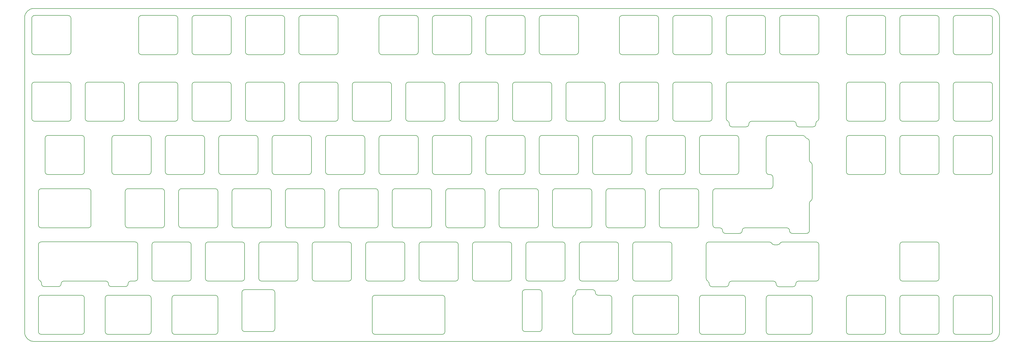
<source format=gm1>
G04 #@! TF.GenerationSoftware,KiCad,Pcbnew,5.1.10-88a1d61d58~90~ubuntu21.04.1*
G04 #@! TF.CreationDate,2021-08-16T11:56:13+02:00*
G04 #@! TF.ProjectId,mysterium-plate,6d797374-6572-4697-956d-2d706c617465,rev?*
G04 #@! TF.SameCoordinates,Original*
G04 #@! TF.FileFunction,Profile,NP*
%FSLAX46Y46*%
G04 Gerber Fmt 4.6, Leading zero omitted, Abs format (unit mm)*
G04 Created by KiCad (PCBNEW 5.1.10-88a1d61d58~90~ubuntu21.04.1) date 2021-08-16 11:56:13*
%MOMM*%
%LPD*%
G01*
G04 APERTURE LIST*
G04 #@! TA.AperFunction,Profile*
%ADD10C,0.200000*%
G04 #@! TD*
G04 #@! TA.AperFunction,Profile*
%ADD11C,0.150000*%
G04 #@! TD*
G04 APERTURE END LIST*
D10*
X283578300Y-147307301D02*
X303009550Y-147307301D01*
X282578300Y-148307301D02*
G75*
G02*
X283578300Y-147307301I1000000J0D01*
G01*
X303009550Y-142257301D02*
G75*
G02*
X304009550Y-143257301I0J-1000000D01*
G01*
X301628299Y-129257301D02*
X301628299Y-141257301D01*
X301628299Y-129257301D02*
G75*
G02*
X302628299Y-128257301I1000000J0D01*
G01*
X283578300Y-161307301D02*
G75*
G02*
X282578300Y-160307301I0J1000000D01*
G01*
X287046550Y-163307301D02*
G75*
G02*
X286046550Y-162307301I0J1000000D01*
G01*
X302628299Y-142257301D02*
G75*
G02*
X301628299Y-141257301I0J1000000D01*
G01*
X285046550Y-161307301D02*
G75*
G02*
X286046550Y-162307301I0J-1000000D01*
G01*
X302628299Y-128257301D02*
X314628300Y-128257301D01*
X314628299Y-128257302D02*
G75*
G02*
X315529137Y-128823145I1J-999999D01*
G01*
X287046550Y-163307301D02*
X292051494Y-163305990D01*
X310927504Y-163305990D02*
X316010000Y-163305990D01*
X317009550Y-152514351D02*
G75*
G02*
X317509550Y-151648326I1000000J0D01*
G01*
X303009550Y-142257301D02*
X302628299Y-142257301D01*
X316219762Y-129366645D02*
G75*
G02*
X315529137Y-128823145I210213J977656D01*
G01*
X294051495Y-161305989D02*
X308927503Y-161305989D01*
X317009550Y-162307301D02*
G75*
G02*
X316009550Y-163307301I-1000000J0D01*
G01*
X283578300Y-161307301D02*
X285046550Y-161307301D01*
X316219763Y-129366645D02*
G75*
G02*
X317009550Y-130344301I-210213J-977656D01*
G01*
X317509550Y-137916276D02*
G75*
G02*
X318009550Y-138782301I-500000J-866025D01*
G01*
X317009550Y-130344301D02*
X317009550Y-137050250D01*
X286046550Y-162307301D02*
X286046550Y-162307301D01*
X282578300Y-148307301D02*
X282578300Y-160307301D01*
X317009550Y-162307301D02*
X317009550Y-152514351D01*
X308927503Y-161305990D02*
G75*
G02*
X309927503Y-162305990I0J-1000000D01*
G01*
X318009550Y-150782301D02*
G75*
G02*
X317509550Y-151648326I-1000000J0D01*
G01*
X310927504Y-163305991D02*
G75*
G02*
X309927503Y-162305990I0J1000001D01*
G01*
X318009550Y-138782301D02*
X318009550Y-150782301D01*
X293051494Y-162305990D02*
G75*
G02*
X294051495Y-161305989I1000001J0D01*
G01*
X293051494Y-162305990D02*
G75*
G02*
X292051494Y-163305990I-1000000J0D01*
G01*
X304009550Y-146307301D02*
G75*
G02*
X303009550Y-147307301I-1000000J0D01*
G01*
X304009550Y-146307301D02*
X304009550Y-143257301D01*
X317509550Y-137916275D02*
G75*
G02*
X317009550Y-137050250I500000J866025D01*
G01*
X42628250Y-180221624D02*
G75*
G02*
X42084750Y-179331901I456500J889723D01*
G01*
X44171749Y-182331901D02*
G75*
G02*
X43171749Y-181331901I0J1000000D01*
G01*
X75047750Y-180331900D02*
X76516000Y-180331900D01*
X68047750Y-182331900D02*
X73047750Y-182331900D01*
X74047750Y-181331901D02*
X74047750Y-181331901D01*
X76516000Y-166331900D02*
G75*
G02*
X77516000Y-167331900I0J-1000000D01*
G01*
X51171750Y-180331900D02*
X66047750Y-180331900D01*
X74047750Y-181331901D02*
G75*
G02*
X75047750Y-180331901I1000000J0D01*
G01*
X74047750Y-181331901D02*
G75*
G02*
X73047750Y-182331901I-1000000J0D01*
G01*
X42084750Y-167331900D02*
G75*
G02*
X43084750Y-166331900I1000000J0D01*
G01*
X50171750Y-181331901D02*
X50171750Y-181331901D01*
X77516000Y-167331900D02*
X77516000Y-179331901D01*
X42628250Y-180221624D02*
G75*
G02*
X43171750Y-181111347I-456500J-889723D01*
G01*
X67047750Y-181331901D02*
X67047750Y-181331901D01*
X42084750Y-167331900D02*
X42084750Y-179331901D01*
X50171750Y-181331901D02*
G75*
G02*
X49171750Y-182331901I-1000000J0D01*
G01*
X44171749Y-182331900D02*
X49171750Y-182331900D01*
X77516000Y-179331901D02*
G75*
G02*
X76516000Y-180331901I-1000000J0D01*
G01*
X68047750Y-182331901D02*
G75*
G02*
X67047750Y-181331901I0J1000000D01*
G01*
X43084750Y-166331901D02*
X76516000Y-166331901D01*
X50171750Y-181331901D02*
G75*
G02*
X51171750Y-180331901I1000000J0D01*
G01*
X43171749Y-181331901D02*
X43171749Y-181111347D01*
X66047750Y-180331901D02*
G75*
G02*
X67047750Y-181331901I0J-1000000D01*
G01*
X288288992Y-181356000D02*
G75*
G02*
X289288992Y-180356000I1000000J0D01*
G01*
X319397006Y-166355991D02*
G75*
G02*
X320397007Y-167355992I0J-1000001D01*
G01*
X305664949Y-167355993D02*
X304459051Y-167355992D01*
X306165001Y-182356000D02*
G75*
G02*
X305165001Y-181356000I0J1000000D01*
G01*
X313165006Y-180355999D02*
X319397006Y-180356000D01*
X306165001Y-182356001D02*
X311165004Y-182356001D01*
X282288988Y-182356000D02*
G75*
G02*
X281288988Y-181356000I0J1000000D01*
G01*
X320397007Y-179355999D02*
X320397007Y-167355992D01*
X305664949Y-167355993D02*
G75*
G03*
X306530975Y-166855992I0J1000001D01*
G01*
X320397007Y-179355999D02*
G75*
G02*
X319397006Y-180356000I-1000001J0D01*
G01*
X306530975Y-166855992D02*
G75*
G02*
X307397000Y-166355992I866025J-500000D01*
G01*
X282288988Y-182356001D02*
X287288991Y-182356001D01*
X302726999Y-166355991D02*
G75*
G02*
X303593025Y-166855992I0J-1000001D01*
G01*
X280196993Y-167355992D02*
X280196993Y-179355999D01*
X302726999Y-166355992D02*
X281196994Y-166355992D01*
X304165000Y-180355999D02*
G75*
G02*
X305165001Y-181356000I0J-1000001D01*
G01*
X289288992Y-180356000D02*
X304165000Y-180356000D01*
X288288992Y-181356000D02*
G75*
G02*
X287288991Y-182356001I-1000001J0D01*
G01*
X312165005Y-181356000D02*
G75*
G02*
X311165004Y-182356001I-1000001J0D01*
G01*
X280746502Y-180358931D02*
G75*
G02*
X280196993Y-179355999I640492J1002932D01*
G01*
X304459051Y-167355993D02*
G75*
G02*
X303593025Y-166855992I0J1000001D01*
G01*
X319397006Y-166355992D02*
X307397000Y-166355992D01*
X280196994Y-167355992D02*
G75*
G02*
X281196994Y-166355992I1000000J0D01*
G01*
X280747108Y-180357982D02*
G75*
G02*
X281288988Y-181356000I-648120J-998018D01*
G01*
X313165006Y-180355999D02*
G75*
G03*
X312165005Y-181356000I0J-1000001D01*
G01*
X319308759Y-124205969D02*
G75*
G02*
X318308758Y-125205970I-1000001J0D01*
G01*
X319390753Y-109205961D02*
X288340747Y-109205961D01*
X287889238Y-123095685D02*
G75*
G02*
X287345738Y-122205962I456500J889723D01*
G01*
X319852238Y-123095691D02*
G75*
G03*
X319308738Y-123985414I456500J-889723D01*
G01*
X313308755Y-125205970D02*
X318308758Y-125205970D01*
X320395738Y-122205968D02*
X320395738Y-110205962D01*
X288432738Y-123985408D02*
X288432742Y-124205969D01*
X319852238Y-123095691D02*
G75*
G03*
X320395738Y-122205968I-456500J889723D01*
G01*
X289432742Y-125205970D02*
X294432745Y-125205970D01*
X311308754Y-123205968D02*
G75*
G02*
X312308755Y-124205969I0J-1000001D01*
G01*
X295432746Y-124205969D02*
G75*
G02*
X296432746Y-123205969I1000000J0D01*
G01*
X287345738Y-110205962D02*
G75*
G02*
X288345738Y-109205962I1000000J0D01*
G01*
X295432746Y-124205969D02*
G75*
G02*
X294432745Y-125205970I-1000001J0D01*
G01*
X296432746Y-123205969D02*
X311308754Y-123205969D01*
X287889238Y-123095685D02*
G75*
G02*
X288432738Y-123985408I-456500J-889723D01*
G01*
X319308738Y-123985414D02*
X319308759Y-124205969D01*
X319395737Y-109205961D02*
G75*
G02*
X320395738Y-110205962I0J-1000001D01*
G01*
X313308755Y-125205969D02*
G75*
G02*
X312308755Y-124205969I0J1000000D01*
G01*
X287345738Y-110205962D02*
X287345738Y-122205962D01*
X289432742Y-125205969D02*
G75*
G02*
X288432742Y-124205969I0J1000000D01*
G01*
X233576962Y-199406009D02*
G75*
G02*
X232576962Y-198406009I0J1000000D01*
G01*
X233695712Y-184406002D02*
G75*
G02*
X234695713Y-183406001I1000001J0D01*
G01*
X246576970Y-198406009D02*
G75*
G02*
X245576969Y-199406010I-1000001J0D01*
G01*
X233695712Y-184406002D02*
X233695712Y-184610619D01*
X233695713Y-184610619D02*
G75*
G02*
X233136337Y-185508311I-1000001J0D01*
G01*
X233576962Y-199406010D02*
X245576969Y-199406010D01*
X246576969Y-198406009D02*
X246576969Y-186406003D01*
X245576969Y-185406002D02*
X241695716Y-185406002D01*
X245576969Y-185406003D02*
G75*
G02*
X246576969Y-186406003I0J-1000000D01*
G01*
X239695715Y-183406001D02*
G75*
G02*
X240695716Y-184406002I0J-1000001D01*
G01*
X241695716Y-185406002D02*
G75*
G02*
X240695716Y-184406002I0J1000000D01*
G01*
X232576962Y-186406003D02*
X232576962Y-198406009D01*
X232576961Y-186406003D02*
G75*
G02*
X233136337Y-185508311I1000001J0D01*
G01*
X239695715Y-183406001D02*
X234695713Y-183406001D01*
X225433208Y-148305982D02*
X225433208Y-160305989D01*
X214639451Y-184406002D02*
G75*
G02*
X215639452Y-183406001I1000001J0D01*
G01*
X145470664Y-142255979D02*
X157470671Y-142255979D01*
X221670706Y-99393456D02*
X233670712Y-99393456D01*
X68270623Y-129255972D02*
X68270623Y-141255978D01*
X182283184Y-160305989D02*
G75*
G02*
X181283184Y-161305989I-1000000J0D01*
G01*
X215620703Y-141255978D02*
G75*
G02*
X214620702Y-142255979I-1000001J0D01*
G01*
X221670706Y-142255979D02*
X233670712Y-142255979D01*
X178808182Y-180356000D02*
X190808189Y-180356000D01*
X228908210Y-166355992D02*
X216908203Y-166355992D01*
X115639398Y-198406009D02*
X125395654Y-198406009D01*
X43076859Y-199406010D02*
X57458117Y-199406010D01*
X291820744Y-141255978D02*
G75*
G02*
X290820743Y-142255979I-1000001J0D01*
G01*
X259770726Y-142255978D02*
G75*
G02*
X258770726Y-141255978I0J1000000D01*
G01*
X196570693Y-141255978D02*
G75*
G02*
X195570692Y-142255979I-1000001J0D01*
G01*
X254008223Y-186406003D02*
X254008223Y-198406009D01*
X350258275Y-199406010D02*
X362258282Y-199406010D01*
X90701885Y-199406010D02*
G75*
G02*
X89701884Y-198406009I0J1000001D01*
G01*
X259770726Y-142255979D02*
X271770733Y-142255979D01*
X139708161Y-167355992D02*
X139708161Y-179355999D01*
X149233167Y-148305982D02*
X149233167Y-160305989D01*
X231195711Y-123205969D02*
X243195717Y-123205969D01*
X363258283Y-122205968D02*
G75*
G02*
X362258282Y-123205969I-1000001J0D01*
G01*
X206095698Y-122205968D02*
G75*
G02*
X205095697Y-123205969I-1000001J0D01*
G01*
X330208264Y-86393449D02*
X330208264Y-98393455D01*
X244195718Y-122205968D02*
G75*
G02*
X243195717Y-123205969I-1000001J0D01*
G01*
X248958221Y-179355999D02*
G75*
G02*
X247958220Y-180356000I-1000001J0D01*
G01*
X167995677Y-122205968D02*
G75*
G02*
X166995676Y-123205969I-1000001J0D01*
G01*
X363258282Y-122205968D02*
X363258282Y-110205962D01*
X201620695Y-129255972D02*
X201620695Y-141255978D01*
X382308293Y-98393455D02*
G75*
G02*
X381308292Y-99393456I-1000001J0D01*
G01*
X88320634Y-142255979D02*
G75*
G02*
X87320633Y-141255978I0J1000001D01*
G01*
X240720716Y-142255979D02*
X252720722Y-142255979D01*
X114608148Y-166355992D02*
X102608141Y-166355992D01*
X350258275Y-142255978D02*
G75*
G02*
X349258275Y-141255978I0J1000000D01*
G01*
X193095690Y-123205969D02*
X205095697Y-123205969D01*
X272770734Y-141255978D02*
G75*
G02*
X271770733Y-142255979I-1000001J0D01*
G01*
X263245729Y-122205968D02*
G75*
G02*
X262245728Y-123205969I-1000001J0D01*
G01*
X269295731Y-123205968D02*
G75*
G02*
X268295731Y-122205968I0J1000000D01*
G01*
X102608141Y-180355999D02*
G75*
G02*
X101608141Y-179355999I0J1000000D01*
G01*
X350258275Y-180356000D02*
X362258282Y-180356000D01*
X95558138Y-166355992D02*
X83558131Y-166355992D01*
X368308285Y-129255972D02*
X368308285Y-141255978D01*
X43076859Y-161305989D02*
X59839368Y-161305989D01*
X101608141Y-167355992D02*
G75*
G02*
X102608141Y-166355992I1000000J0D01*
G01*
X59745618Y-123205968D02*
G75*
G02*
X58745618Y-122205968I0J1000000D01*
G01*
X349258275Y-129255972D02*
X349258275Y-141255978D01*
X106083143Y-160305989D02*
X106083143Y-148305982D01*
X350258275Y-123205969D02*
X362258282Y-123205969D01*
X382308293Y-122205968D02*
G75*
G02*
X381308292Y-123205969I-1000001J0D01*
G01*
X172758180Y-179355999D02*
G75*
G02*
X171758179Y-180356000I-1000001J0D01*
G01*
X350258275Y-199406009D02*
G75*
G02*
X349258275Y-198406009I0J1000000D01*
G01*
X145470664Y-142255978D02*
G75*
G02*
X144470664Y-141255978I0J1000000D01*
G01*
X215908203Y-167355992D02*
G75*
G02*
X216908203Y-166355992I1000000J0D01*
G01*
X331208265Y-199406010D02*
G75*
G02*
X330208264Y-198406009I0J1000001D01*
G01*
X177520682Y-98393455D02*
G75*
G02*
X176520681Y-99393456I-1000001J0D01*
G01*
X320395759Y-98393455D02*
G75*
G02*
X319395758Y-99393456I-1000001J0D01*
G01*
X45458110Y-142255978D02*
G75*
G02*
X44458110Y-141255978I0J1000000D01*
G01*
X164520675Y-142255979D02*
G75*
G02*
X163520674Y-141255978I0J1000001D01*
G01*
X255008224Y-180356000D02*
X267008230Y-180356000D01*
X68270622Y-129255972D02*
G75*
G02*
X69270623Y-128255971I1000001J0D01*
G01*
X60839368Y-160305989D02*
G75*
G02*
X59839368Y-161305989I-1000000J0D01*
G01*
X162139423Y-199406009D02*
G75*
G02*
X161139423Y-198406009I0J1000000D01*
G01*
X163520674Y-86393449D02*
X163520674Y-98393455D01*
X234958213Y-167355992D02*
X234958213Y-179355999D01*
X66889372Y-199406010D02*
X81270630Y-199406010D01*
X287345741Y-86393449D02*
G75*
G02*
X288345742Y-85393448I1000001J0D01*
G01*
X369308285Y-142255978D02*
G75*
G02*
X368308285Y-141255978I0J1000000D01*
G01*
X120658151Y-167355992D02*
X120658151Y-179355999D01*
X369308285Y-99393456D02*
X381308292Y-99393456D01*
X294201995Y-198406009D02*
G75*
G02*
X293201994Y-199406010I-1000001J0D01*
G01*
X135945659Y-99393456D02*
X147945666Y-99393456D01*
X128895656Y-109205961D02*
X116895649Y-109205961D01*
X192095690Y-110205962D02*
X192095690Y-122205968D01*
X235958213Y-180355999D02*
G75*
G02*
X234958213Y-179355999I0J1000000D01*
G01*
X40695608Y-123205969D02*
X52695614Y-123205969D01*
X196570693Y-98393455D02*
G75*
G02*
X195570692Y-99393456I-1000001J0D01*
G01*
X282295738Y-98393455D02*
X282295738Y-86393449D01*
X344208272Y-122205968D02*
G75*
G02*
X343208271Y-123205969I-1000001J0D01*
G01*
X263533228Y-148305982D02*
X263533228Y-160305989D01*
X111133146Y-148305982D02*
X111133146Y-160305989D01*
X231195711Y-123205969D02*
G75*
G02*
X230195710Y-122205968I0J1000001D01*
G01*
X58458117Y-141255978D02*
X58458117Y-129255972D01*
X363258282Y-98393455D02*
X363258282Y-86393449D01*
X97845639Y-99393456D02*
G75*
G02*
X96845638Y-98393455I0J1000001D01*
G01*
X202620695Y-99393456D02*
X214620702Y-99393456D01*
X74033126Y-161305989D02*
X86033132Y-161305989D01*
X382308293Y-198406009D02*
G75*
G02*
X381308292Y-199406010I-1000001J0D01*
G01*
X239433215Y-160305989D02*
G75*
G02*
X238433215Y-161305989I-1000000J0D01*
G01*
X106083144Y-198406009D02*
G75*
G02*
X105083143Y-199406010I-1000001J0D01*
G01*
X318014508Y-198406009D02*
G75*
G02*
X317014507Y-199406010I-1000001J0D01*
G01*
X121658152Y-180356000D02*
G75*
G02*
X120658151Y-179355999I0J1000001D01*
G01*
X131183157Y-161305989D02*
X143183163Y-161305989D01*
X300345748Y-85393448D02*
X288345742Y-85393448D01*
X188333188Y-161305989D02*
X200333194Y-161305989D01*
X150233167Y-161305989D02*
G75*
G02*
X149233167Y-160305989I0J1000000D01*
G01*
X221670706Y-99393456D02*
G75*
G02*
X220670705Y-98393455I0J1000001D01*
G01*
X87320633Y-129255972D02*
X87320633Y-141255978D01*
X115895649Y-110205962D02*
X115895649Y-122205968D01*
X154995670Y-123205969D02*
G75*
G02*
X153995669Y-122205968I0J1000001D01*
G01*
X74033126Y-161305990D02*
G75*
G02*
X73033125Y-160305989I0J1000001D01*
G01*
X90701885Y-199406010D02*
X105083143Y-199406010D01*
X116895649Y-99393456D02*
X128895656Y-99393456D01*
X369308285Y-123205969D02*
X381308292Y-123205969D01*
X239720715Y-129255972D02*
X239720715Y-141255978D01*
X215908203Y-167355992D02*
X215908203Y-179355999D01*
X278820736Y-142255979D02*
X290820743Y-142255979D01*
X202620695Y-99393455D02*
G75*
G02*
X201620695Y-98393455I0J1000000D01*
G01*
X350258275Y-99393456D02*
X362258282Y-99393456D01*
X87033132Y-160305989D02*
G75*
G02*
X86033132Y-161305989I-1000000J0D01*
G01*
X131183157Y-161305990D02*
G75*
G02*
X130183156Y-160305989I0J1000001D01*
G01*
X368308285Y-110205962D02*
X368308285Y-122205968D01*
X197858193Y-180356000D02*
X209858199Y-180356000D01*
X363258283Y-198406009D02*
G75*
G02*
X362258282Y-199406010I-1000001J0D01*
G01*
X250245721Y-123205969D02*
X262245728Y-123205969D01*
X363258283Y-179355999D02*
G75*
G02*
X362258282Y-180356000I-1000001J0D01*
G01*
X215620703Y-98393455D02*
G75*
G02*
X214620702Y-99393456I-1000001J0D01*
G01*
X362258282Y-185406003D02*
G75*
G02*
X363258282Y-186406003I0J-1000000D01*
G01*
X221670706Y-142255979D02*
G75*
G02*
X220670705Y-141255978I0J1000001D01*
G01*
X250245721Y-99393456D02*
X262245728Y-99393456D01*
X363258282Y-198406009D02*
X363258282Y-186406003D01*
X225145708Y-122205968D02*
G75*
G02*
X224145707Y-123205969I-1000001J0D01*
G01*
X169283177Y-161305989D02*
X181283184Y-161305989D01*
X45458110Y-142255979D02*
X57458117Y-142255979D01*
X369308285Y-123205968D02*
G75*
G02*
X368308285Y-122205968I0J1000000D01*
G01*
X107370644Y-142255979D02*
X119370650Y-142255979D01*
X77795628Y-110205962D02*
X77795628Y-122205968D01*
X164520675Y-142255979D02*
X176520681Y-142255979D01*
X58745618Y-110205962D02*
X58745618Y-122205968D01*
X235958213Y-180356000D02*
X247958220Y-180356000D01*
X202620695Y-142255979D02*
X214620702Y-142255979D01*
X101608141Y-167355992D02*
X101608141Y-179355999D01*
X162233174Y-147305982D02*
X150233167Y-147305982D01*
X226433208Y-161305989D02*
X238433215Y-161305989D01*
X174045680Y-123205969D02*
G75*
G02*
X173045679Y-122205968I0J1000001D01*
G01*
X268295731Y-110205962D02*
X268295731Y-122205968D01*
X245483218Y-161305989D02*
X257483225Y-161305989D01*
X58458118Y-198406009D02*
G75*
G02*
X57458117Y-199406010I-1000001J0D01*
G01*
X350258275Y-123205968D02*
G75*
G02*
X349258275Y-122205968I0J1000000D01*
G01*
X302633249Y-199406009D02*
G75*
G02*
X301633249Y-198406009I0J1000000D01*
G01*
X282295739Y-98393455D02*
G75*
G02*
X281295738Y-99393456I-1000001J0D01*
G01*
X382308293Y-141255978D02*
G75*
G02*
X381308292Y-142255979I-1000001J0D01*
G01*
X177808182Y-167355992D02*
X177808182Y-179355999D01*
X207383198Y-161305990D02*
G75*
G02*
X206383197Y-160305989I0J1000001D01*
G01*
X88320634Y-142255979D02*
X100320640Y-142255979D01*
X125133153Y-160305989D02*
G75*
G02*
X124133153Y-161305989I-1000000J0D01*
G01*
X363258283Y-98393455D02*
G75*
G02*
X362258282Y-99393456I-1000001J0D01*
G01*
X263245729Y-98393455D02*
G75*
G02*
X262245728Y-99393456I-1000001J0D01*
G01*
X331208265Y-99393456D02*
G75*
G02*
X330208264Y-98393455I0J1000001D01*
G01*
X40695608Y-99393456D02*
X52695614Y-99393456D01*
X169283177Y-161305989D02*
G75*
G02*
X168283177Y-160305989I0J1000000D01*
G01*
X258483225Y-160305989D02*
G75*
G02*
X257483225Y-161305989I-1000000J0D01*
G01*
X344208272Y-98393455D02*
G75*
G02*
X343208271Y-99393456I-1000001J0D01*
G01*
X249245721Y-110205962D02*
X249245721Y-122205968D01*
X254008223Y-167355992D02*
X254008223Y-179355999D01*
X39695607Y-110205962D02*
X39695607Y-122205968D01*
X101320641Y-141255978D02*
G75*
G02*
X100320640Y-142255979I-1000001J0D01*
G01*
X90795635Y-109205961D02*
X78795628Y-109205961D01*
X331208265Y-123205969D02*
G75*
G02*
X330208264Y-122205968I0J1000001D01*
G01*
X126420654Y-142255978D02*
G75*
G02*
X125420654Y-141255978I0J1000000D01*
G01*
X212145700Y-123205968D02*
G75*
G02*
X211145700Y-122205968I0J1000000D01*
G01*
X168283177Y-148305982D02*
X168283177Y-160305989D01*
X110845646Y-122205968D02*
G75*
G02*
X109845645Y-123205969I-1000001J0D01*
G01*
X172758179Y-179355999D02*
X172758179Y-167355992D01*
X247958220Y-166355992D02*
X235958213Y-166355992D01*
X234958213Y-167355992D02*
G75*
G02*
X235958213Y-166355992I1000000J0D01*
G01*
X134658159Y-179355999D02*
X134658159Y-167355992D01*
X133658158Y-166355991D02*
G75*
G02*
X134658159Y-167355992I0J-1000001D01*
G01*
X133658158Y-166355992D02*
X121658152Y-166355992D01*
X120658152Y-167355992D02*
G75*
G02*
X121658152Y-166355992I1000000J0D01*
G01*
X81270630Y-185406002D02*
X66889372Y-185406002D01*
X183570685Y-142255979D02*
X195570692Y-142255979D01*
X381308292Y-185406002D02*
X369308285Y-185406002D01*
X229908211Y-179355999D02*
G75*
G02*
X228908210Y-180356000I-1000001J0D01*
G01*
X229908210Y-179355999D02*
X229908210Y-167355992D01*
X215639452Y-198406009D02*
G75*
G02*
X214639452Y-197406009I0J1000000D01*
G01*
X215639452Y-198406009D02*
X220639455Y-198406009D01*
X221639455Y-197406009D02*
G75*
G02*
X220639455Y-198406009I-1000000J0D01*
G01*
X228908210Y-166355992D02*
G75*
G02*
X229908210Y-167355992I0J-1000000D01*
G01*
X363258282Y-179355999D02*
X363258282Y-167355992D01*
X362258282Y-166355992D02*
G75*
G02*
X363258282Y-167355992I0J-1000000D01*
G01*
X362258282Y-166355992D02*
X350258275Y-166355992D01*
X349258275Y-167355992D02*
G75*
G02*
X350258275Y-166355992I1000000J0D01*
G01*
X214639452Y-184406002D02*
X214639452Y-197406009D01*
X226433208Y-161305989D02*
G75*
G02*
X225433208Y-160305989I0J1000000D01*
G01*
X186045686Y-185406002D02*
X162139423Y-185406002D01*
X369308285Y-199406010D02*
X381308292Y-199406010D01*
X105083143Y-185406003D02*
G75*
G02*
X106083143Y-186406003I0J-1000000D01*
G01*
X81270630Y-185406003D02*
G75*
G02*
X82270630Y-186406003I0J-1000000D01*
G01*
X161139423Y-186406003D02*
X161139423Y-198406009D01*
X105083143Y-185406002D02*
X90701885Y-185406002D01*
X294201995Y-198406009D02*
X294201995Y-186406003D01*
X277820735Y-186406003D02*
G75*
G02*
X278820736Y-185406002I1000001J0D01*
G01*
X65889371Y-186406003D02*
G75*
G02*
X66889372Y-185406002I1000001J0D01*
G01*
X65889371Y-186406003D02*
X65889371Y-198406009D01*
X115639398Y-198406009D02*
G75*
G02*
X114639398Y-197406009I0J1000000D01*
G01*
X293201994Y-185406002D02*
G75*
G02*
X294201995Y-186406003I0J-1000001D01*
G01*
X114639398Y-184406002D02*
X114639398Y-197406009D01*
X125395654Y-183406001D02*
X115639398Y-183406001D01*
X331208265Y-142255979D02*
G75*
G02*
X330208264Y-141255978I0J1000001D01*
G01*
X58458117Y-198406009D02*
X58458117Y-186406003D01*
X318014508Y-198406009D02*
X318014508Y-186406003D01*
X317014507Y-185406002D02*
G75*
G02*
X318014508Y-186406003I0J-1000001D01*
G01*
X42076859Y-148305982D02*
G75*
G02*
X43076859Y-147305982I1000000J0D01*
G01*
X57458117Y-185406003D02*
G75*
G02*
X58458117Y-186406003I0J-1000000D01*
G01*
X57458117Y-185406002D02*
X43076859Y-185406002D01*
X368308284Y-186406003D02*
G75*
G02*
X369308285Y-185406002I1000001J0D01*
G01*
X350258275Y-180355999D02*
G75*
G02*
X349258275Y-179355999I0J1000000D01*
G01*
X42076858Y-186406003D02*
G75*
G02*
X43076859Y-185406002I1000001J0D01*
G01*
X382308292Y-198406009D02*
X382308292Y-186406003D01*
X381308292Y-185406003D02*
G75*
G02*
X382308292Y-186406003I0J-1000000D01*
G01*
X317014507Y-185406002D02*
X302633249Y-185406002D01*
X240720716Y-142255979D02*
G75*
G02*
X239720715Y-141255978I0J1000001D01*
G01*
X301633248Y-186406003D02*
G75*
G02*
X302633249Y-185406002I1000001J0D01*
G01*
X77795628Y-86393449D02*
X77795628Y-98393455D01*
X277820736Y-186406003D02*
X277820736Y-198406009D01*
X343208271Y-185406002D02*
G75*
G02*
X344208272Y-186406003I0J-1000001D01*
G01*
X343208271Y-185406002D02*
X331208265Y-185406002D01*
X330208264Y-186406003D02*
G75*
G02*
X331208265Y-185406002I1000001J0D01*
G01*
X60839369Y-160305989D02*
X60839369Y-148305982D01*
X59839368Y-147305982D02*
X43076859Y-147305982D01*
X82270631Y-198406009D02*
G75*
G02*
X81270630Y-199406010I-1000001J0D01*
G01*
X306395751Y-86393449D02*
X306395751Y-98393455D01*
X362258282Y-185406002D02*
X350258275Y-185406002D01*
X81270630Y-128255971D02*
X69270623Y-128255971D01*
X255008224Y-199406010D02*
X269389481Y-199406010D01*
X269295731Y-99393456D02*
X281295738Y-99393456D01*
X270389482Y-198406009D02*
G75*
G02*
X269389481Y-199406010I-1000001J0D01*
G01*
X270389482Y-198406009D02*
X270389482Y-186406003D01*
X269389481Y-185406002D02*
G75*
G02*
X270389482Y-186406003I0J-1000001D01*
G01*
X349258274Y-186406003D02*
G75*
G02*
X350258275Y-185406002I1000001J0D01*
G01*
X40695608Y-123205969D02*
G75*
G02*
X39695607Y-122205968I0J1000001D01*
G01*
X139420662Y-141255978D02*
G75*
G02*
X138420661Y-142255979I-1000001J0D01*
G01*
X43076859Y-161305989D02*
G75*
G02*
X42076859Y-160305989I0J1000000D01*
G01*
X220383205Y-160305989D02*
X220383205Y-148305982D01*
X83558131Y-180356000D02*
G75*
G02*
X82558130Y-179355999I0J1000001D01*
G01*
X201620695Y-86393449D02*
X201620695Y-98393455D01*
X135945659Y-123205968D02*
G75*
G02*
X134945659Y-122205968I0J1000000D01*
G01*
X210858200Y-179355999D02*
G75*
G02*
X209858199Y-180356000I-1000001J0D01*
G01*
X112133146Y-161305989D02*
G75*
G02*
X111133146Y-160305989I0J1000000D01*
G01*
X106370643Y-129255972D02*
X106370643Y-141255978D01*
X120370651Y-141255978D02*
G75*
G02*
X119370650Y-142255979I-1000001J0D01*
G01*
X187045687Y-198406009D02*
X187045687Y-186406003D01*
X134945659Y-110205962D02*
X134945659Y-122205968D01*
X39695607Y-86393449D02*
X39695607Y-98393455D01*
X148945667Y-98393455D02*
G75*
G02*
X147945666Y-99393456I-1000001J0D01*
G01*
X301633249Y-186406003D02*
X301633249Y-198406009D01*
X173045679Y-110205962D02*
X173045679Y-122205968D01*
X93083136Y-161305989D02*
G75*
G02*
X92083136Y-160305989I0J1000000D01*
G01*
X42076859Y-186406003D02*
X42076859Y-198406009D01*
X42076859Y-148305982D02*
X42076859Y-160305989D01*
X174045680Y-123205969D02*
X186045686Y-123205969D01*
X135945659Y-99393455D02*
G75*
G02*
X134945659Y-98393455I0J1000000D01*
G01*
X331208265Y-123205969D02*
X343208271Y-123205969D01*
X53695615Y-98393455D02*
G75*
G02*
X52695614Y-99393456I-1000001J0D01*
G01*
X183570685Y-142255978D02*
G75*
G02*
X182570685Y-141255978I0J1000000D01*
G01*
X96845638Y-86393449D02*
X96845638Y-98393455D01*
X269295731Y-123205969D02*
X281295738Y-123205969D01*
X207383198Y-161305989D02*
X219383204Y-161305989D01*
X330208264Y-110205962D02*
X330208264Y-122205968D01*
X288345742Y-99393456D02*
G75*
G02*
X287345741Y-98393455I0J1000001D01*
G01*
X220639455Y-183406001D02*
G75*
G02*
X221639456Y-184406002I0J-1000001D01*
G01*
X211145700Y-110205962D02*
X211145700Y-122205968D01*
X234670713Y-98393455D02*
G75*
G02*
X233670712Y-99393456I-1000001J0D01*
G01*
X307395752Y-99393456D02*
X319395758Y-99393456D01*
X255008224Y-199406010D02*
G75*
G02*
X254008223Y-198406009I0J1000001D01*
G01*
X278820736Y-142255978D02*
G75*
G02*
X277820736Y-141255978I0J1000000D01*
G01*
X91795636Y-98393455D02*
G75*
G02*
X90795635Y-99393456I-1000001J0D01*
G01*
X97845639Y-99393456D02*
X109845645Y-99393456D01*
X58458118Y-141255978D02*
G75*
G02*
X57458117Y-142255979I-1000001J0D01*
G01*
X344208272Y-198406009D02*
G75*
G02*
X343208271Y-199406010I-1000001J0D01*
G01*
X349258275Y-186406003D02*
X349258275Y-198406009D01*
X116895649Y-123205968D02*
G75*
G02*
X115895649Y-122205968I0J1000000D01*
G01*
X112133146Y-161305989D02*
X124133153Y-161305989D01*
X363258283Y-141255978D02*
G75*
G02*
X362258282Y-142255979I-1000001J0D01*
G01*
X97845639Y-123205969D02*
G75*
G02*
X96845638Y-122205968I0J1000001D01*
G01*
X140708162Y-180356000D02*
X152708168Y-180356000D01*
X97845639Y-123205969D02*
X109845645Y-123205969D01*
X134658159Y-179355999D02*
G75*
G02*
X133658158Y-180356000I-1000001J0D01*
G01*
X115895649Y-86393449D02*
X115895649Y-98393455D01*
X116895649Y-99393455D02*
G75*
G02*
X115895649Y-98393455I0J1000000D01*
G01*
X40695608Y-99393456D02*
G75*
G02*
X39695607Y-98393455I0J1000001D01*
G01*
X331208265Y-99393456D02*
X343208271Y-99393456D01*
X82558130Y-167355992D02*
X82558130Y-179355999D01*
X164520675Y-99393456D02*
G75*
G02*
X163520674Y-98393455I0J1000001D01*
G01*
X249245721Y-86393449D02*
X249245721Y-98393455D01*
X369308285Y-142255979D02*
X381308292Y-142255979D01*
X162139423Y-199406010D02*
X186045686Y-199406010D01*
X201333194Y-160305989D02*
G75*
G02*
X200333194Y-161305989I-1000000J0D01*
G01*
X72745626Y-122205968D02*
G75*
G02*
X71745625Y-123205969I-1000001J0D01*
G01*
X158758172Y-167355992D02*
X158758172Y-179355999D01*
X368308285Y-86393449D02*
X368308285Y-98393455D01*
X220639455Y-183406001D02*
X215639452Y-183406001D01*
X250245721Y-123205968D02*
G75*
G02*
X249245721Y-122205968I0J1000000D01*
G01*
X258770726Y-129255972D02*
X258770726Y-141255978D01*
X197858193Y-180356000D02*
G75*
G02*
X196858192Y-179355999I0J1000001D01*
G01*
X135945659Y-123205969D02*
X147945666Y-123205969D01*
X78795628Y-123205968D02*
G75*
G02*
X77795628Y-122205968I0J1000000D01*
G01*
X182570685Y-129255972D02*
X182570685Y-141255978D01*
X77795627Y-110205962D02*
G75*
G02*
X78795628Y-109205961I1000001J0D01*
G01*
X201333195Y-160305989D02*
X201333195Y-148305982D01*
X245483218Y-161305989D02*
G75*
G02*
X244483218Y-160305989I0J1000000D01*
G01*
X250245721Y-99393455D02*
G75*
G02*
X249245721Y-98393455I0J1000000D01*
G01*
X149233167Y-148305982D02*
G75*
G02*
X150233167Y-147305982I1000000J0D01*
G01*
X330208264Y-129255972D02*
X330208264Y-141255978D01*
X350258275Y-99393455D02*
G75*
G02*
X349258275Y-98393455I0J1000000D01*
G01*
X178808182Y-180355999D02*
G75*
G02*
X177808182Y-179355999I0J1000000D01*
G01*
X187045687Y-122205968D02*
G75*
G02*
X186045686Y-123205969I-1000001J0D01*
G01*
X183570685Y-99393456D02*
X195570692Y-99393456D01*
X183570685Y-99393455D02*
G75*
G02*
X182570685Y-98393455I0J1000000D01*
G01*
X216908203Y-180355999D02*
G75*
G02*
X215908203Y-179355999I0J1000000D01*
G01*
X177520682Y-141255978D02*
G75*
G02*
X176520681Y-142255979I-1000001J0D01*
G01*
X188333188Y-161305990D02*
G75*
G02*
X187333187Y-160305989I0J1000001D01*
G01*
X307395752Y-99393456D02*
G75*
G02*
X306395751Y-98393455I0J1000001D01*
G01*
X158470671Y-141255978D02*
X158470671Y-129255972D01*
X164520675Y-99393456D02*
X176520681Y-99393456D01*
X66889372Y-199406010D02*
G75*
G02*
X65889371Y-198406009I0J1000001D01*
G01*
X148945667Y-122205968D02*
G75*
G02*
X147945666Y-123205969I-1000001J0D01*
G01*
X220670705Y-86393449D02*
X220670705Y-98393455D01*
X78795628Y-99393455D02*
G75*
G02*
X77795628Y-98393455I0J1000000D01*
G01*
X163520674Y-129255972D02*
X163520674Y-141255978D01*
X93083136Y-161305989D02*
X105083143Y-161305989D01*
X106083143Y-160305989D02*
G75*
G02*
X105083143Y-161305989I-1000000J0D01*
G01*
X134945659Y-86393449D02*
X134945659Y-98393455D01*
X107370644Y-142255979D02*
G75*
G02*
X106370643Y-141255978I0J1000001D01*
G01*
X153995669Y-110205962D02*
X153995669Y-122205968D01*
X369308285Y-99393455D02*
G75*
G02*
X368308285Y-98393455I0J1000000D01*
G01*
X129895657Y-98393455D02*
G75*
G02*
X128895656Y-99393456I-1000001J0D01*
G01*
X144183164Y-160305989D02*
X144183164Y-148305982D01*
X202620695Y-142255978D02*
G75*
G02*
X201620695Y-141255978I0J1000000D01*
G01*
X264533229Y-161305989D02*
X276533235Y-161305989D01*
X69270623Y-142255978D02*
G75*
G02*
X68270623Y-141255978I0J1000000D01*
G01*
X144183163Y-160305989D02*
G75*
G02*
X143183163Y-161305989I-1000000J0D01*
G01*
X83558131Y-180356000D02*
X95558138Y-180356000D01*
X96558138Y-179355999D02*
X96558138Y-167355992D01*
X220670705Y-129255972D02*
X220670705Y-141255978D01*
X134945658Y-86393449D02*
G75*
G02*
X135945659Y-85393448I1000001J0D01*
G01*
X271770733Y-128255971D02*
X259770726Y-128255971D01*
X196570692Y-141255978D02*
X196570692Y-129255972D01*
X195570692Y-128255971D02*
X183570685Y-128255971D01*
X221639456Y-197406009D02*
X221639456Y-184406002D01*
X143183163Y-147305981D02*
G75*
G02*
X144183164Y-148305982I0J-1000001D01*
G01*
X130183157Y-148305982D02*
G75*
G02*
X131183157Y-147305982I1000000J0D01*
G01*
X150233167Y-161305989D02*
X162233174Y-161305989D01*
X163233174Y-160305989D02*
X163233174Y-148305982D01*
X382308292Y-141255978D02*
X382308292Y-129255972D01*
X39695607Y-110205962D02*
G75*
G02*
X40695608Y-109205961I1000001J0D01*
G01*
X319395758Y-85393448D02*
G75*
G02*
X320395759Y-86393449I0J-1000001D01*
G01*
X281295738Y-85393449D02*
G75*
G02*
X282295738Y-86393449I0J-1000000D01*
G01*
X268295730Y-86393449D02*
G75*
G02*
X269295731Y-85393448I1000001J0D01*
G01*
X288345742Y-99393456D02*
X300345748Y-99393456D01*
X230195710Y-110205962D02*
X230195710Y-122205968D01*
X293201994Y-185406002D02*
X278820736Y-185406002D01*
X331208265Y-142255979D02*
X343208271Y-142255979D01*
X161139422Y-186406003D02*
G75*
G02*
X162139423Y-185406002I1000001J0D01*
G01*
X89701884Y-186406003D02*
G75*
G02*
X90701885Y-185406002I1000001J0D01*
G01*
X186045686Y-185406002D02*
G75*
G02*
X187045687Y-186406003I0J-1000001D01*
G01*
X121658152Y-180356000D02*
X133658158Y-180356000D01*
X82558131Y-167355992D02*
G75*
G02*
X83558131Y-166355992I1000000J0D01*
G01*
X267008230Y-166355992D02*
X255008224Y-166355992D01*
X191808189Y-179355999D02*
X191808189Y-167355992D01*
X190808189Y-166355992D02*
X178808182Y-166355992D01*
X196858193Y-167355992D02*
G75*
G02*
X197858193Y-166355992I1000000J0D01*
G01*
X281295738Y-109205962D02*
G75*
G02*
X282295738Y-110205962I0J-1000000D01*
G01*
X344208272Y-198406009D02*
X344208272Y-186406003D01*
X281295738Y-109205961D02*
X269295731Y-109205961D01*
X115895648Y-110205962D02*
G75*
G02*
X116895649Y-109205961I1000001J0D01*
G01*
X78795628Y-99393456D02*
X90795635Y-99393456D01*
X381308292Y-109205962D02*
G75*
G02*
X382308292Y-110205962I0J-1000000D01*
G01*
X368308284Y-110205962D02*
G75*
G02*
X369308285Y-109205961I1000001J0D01*
G01*
X176520681Y-128255971D02*
X164520675Y-128255971D01*
X138420661Y-128255971D02*
X126420654Y-128255971D01*
X234670713Y-141255978D02*
G75*
G02*
X233670712Y-142255979I-1000001J0D01*
G01*
X368308285Y-186406003D02*
X368308285Y-198406009D01*
X330208264Y-186406003D02*
X330208264Y-198406009D01*
X59839368Y-147305981D02*
G75*
G02*
X60839369Y-148305982I0J-1000001D01*
G01*
X182570685Y-86393449D02*
X182570685Y-98393455D01*
X234670713Y-141255978D02*
X234670713Y-129255972D01*
X287345741Y-86393449D02*
X287345741Y-98393455D01*
X212145700Y-123205969D02*
X224145707Y-123205969D01*
X254008223Y-186406003D02*
G75*
G02*
X255008224Y-185406002I1000001J0D01*
G01*
X82270630Y-198406009D02*
X82270630Y-186406003D01*
X53695615Y-122205968D02*
G75*
G02*
X52695614Y-123205969I-1000001J0D01*
G01*
X43076859Y-199406009D02*
G75*
G02*
X42076859Y-198406009I0J1000000D01*
G01*
X350258275Y-142255979D02*
X362258282Y-142255979D01*
X381308292Y-109205961D02*
X369308285Y-109205961D01*
X255008224Y-180356000D02*
G75*
G02*
X254008223Y-179355999I0J1000001D01*
G01*
X177520682Y-141255978D02*
X177520682Y-129255972D01*
X163520674Y-129255972D02*
G75*
G02*
X164520675Y-128255971I1000001J0D01*
G01*
X125420653Y-129255972D02*
G75*
G02*
X126420654Y-128255971I1000001J0D01*
G01*
X157470671Y-128255972D02*
G75*
G02*
X158470671Y-129255972I0J-1000000D01*
G01*
X144470663Y-129255972D02*
G75*
G02*
X145470664Y-128255971I1000001J0D01*
G01*
X87033133Y-160305989D02*
X87033133Y-148305982D01*
X220383204Y-160305989D02*
G75*
G02*
X219383204Y-161305989I-1000000J0D01*
G01*
X277820736Y-129255972D02*
X277820736Y-141255978D01*
X110845646Y-98393455D02*
G75*
G02*
X109845645Y-99393456I-1000001J0D01*
G01*
X253720723Y-141255978D02*
G75*
G02*
X252720722Y-142255979I-1000001J0D01*
G01*
X53695615Y-98393455D02*
X53695615Y-86393449D01*
X52695614Y-85393448D02*
G75*
G02*
X53695615Y-86393449I0J-1000001D01*
G01*
X52695614Y-85393448D02*
X40695608Y-85393448D01*
X39695607Y-86393449D02*
G75*
G02*
X40695608Y-85393448I1000001J0D01*
G01*
X91795635Y-98393455D02*
X91795635Y-86393449D01*
X90795635Y-85393449D02*
G75*
G02*
X91795635Y-86393449I0J-1000000D01*
G01*
X90795635Y-85393448D02*
X78795628Y-85393448D01*
X77795627Y-86393449D02*
G75*
G02*
X78795628Y-85393448I1000001J0D01*
G01*
X264533229Y-161305990D02*
G75*
G02*
X263533228Y-160305989I0J1000001D01*
G01*
X234670713Y-98393455D02*
X234670713Y-86393449D01*
X233670712Y-85393448D02*
G75*
G02*
X234670713Y-86393449I0J-1000001D01*
G01*
X233670712Y-85393448D02*
X221670706Y-85393448D01*
X220670705Y-86393449D02*
G75*
G02*
X221670706Y-85393448I1000001J0D01*
G01*
X278820736Y-199406010D02*
X293201994Y-199406010D01*
X153708169Y-179355999D02*
G75*
G02*
X152708168Y-180356000I-1000001J0D01*
G01*
X129895656Y-98393455D02*
X129895656Y-86393449D01*
X128895656Y-85393449D02*
G75*
G02*
X129895656Y-86393449I0J-1000000D01*
G01*
X344208272Y-141255978D02*
G75*
G02*
X343208271Y-142255979I-1000001J0D01*
G01*
X154995670Y-123205969D02*
X166995676Y-123205969D01*
X187045687Y-198406009D02*
G75*
G02*
X186045686Y-199406010I-1000001J0D01*
G01*
X140708162Y-180356000D02*
G75*
G02*
X139708161Y-179355999I0J1000001D01*
G01*
X128895656Y-85393448D02*
X116895649Y-85393448D01*
X115895648Y-86393449D02*
G75*
G02*
X116895649Y-85393448I1000001J0D01*
G01*
X196570692Y-98393455D02*
X196570692Y-86393449D01*
X195570692Y-85393449D02*
G75*
G02*
X196570692Y-86393449I0J-1000000D01*
G01*
X195570692Y-85393448D02*
X183570685Y-85393448D01*
X182570684Y-86393449D02*
G75*
G02*
X183570685Y-85393448I1000001J0D01*
G01*
X110845646Y-98393455D02*
X110845646Y-86393449D01*
X269295731Y-99393455D02*
G75*
G02*
X268295731Y-98393455I0J1000000D01*
G01*
X126395654Y-197406009D02*
G75*
G02*
X125395654Y-198406009I-1000000J0D01*
G01*
X268008231Y-179355999D02*
G75*
G02*
X267008230Y-180356000I-1000001J0D01*
G01*
X109845645Y-85393448D02*
G75*
G02*
X110845646Y-86393449I0J-1000001D01*
G01*
X109845645Y-85393448D02*
X97845639Y-85393448D01*
X96845638Y-86393449D02*
G75*
G02*
X97845639Y-85393448I1000001J0D01*
G01*
X215620702Y-98393455D02*
X215620702Y-86393449D01*
X214620702Y-85393449D02*
G75*
G02*
X215620702Y-86393449I0J-1000000D01*
G01*
X214620702Y-85393448D02*
X202620695Y-85393448D01*
X186045686Y-109205961D02*
G75*
G02*
X187045687Y-110205962I0J-1000001D01*
G01*
X173045679Y-110205962D02*
G75*
G02*
X174045680Y-109205961I1000001J0D01*
G01*
X201620694Y-86393449D02*
G75*
G02*
X202620695Y-85393448I1000001J0D01*
G01*
X148945666Y-98393455D02*
X148945666Y-86393449D01*
X115608149Y-179355999D02*
G75*
G02*
X114608148Y-180356000I-1000001J0D01*
G01*
X147945666Y-85393449D02*
G75*
G02*
X148945666Y-86393449I0J-1000000D01*
G01*
X147945666Y-85393448D02*
X135945659Y-85393448D01*
X177520682Y-98393455D02*
X177520682Y-86393449D01*
X258770725Y-129255972D02*
G75*
G02*
X259770726Y-128255971I1000001J0D01*
G01*
X176520681Y-85393448D02*
G75*
G02*
X177520682Y-86393449I0J-1000001D01*
G01*
X176520681Y-85393448D02*
X164520675Y-85393448D01*
X163520674Y-86393449D02*
G75*
G02*
X164520675Y-85393448I1000001J0D01*
G01*
X53695615Y-122205968D02*
X53695615Y-110205962D01*
X52695614Y-109205961D02*
G75*
G02*
X53695615Y-110205962I0J-1000001D01*
G01*
X52695614Y-109205961D02*
X40695608Y-109205961D01*
X320395759Y-98393455D02*
X320395759Y-86393449D01*
X319395758Y-85393448D02*
X307395752Y-85393448D01*
X306395751Y-86393449D02*
G75*
G02*
X307395752Y-85393448I1000001J0D01*
G01*
X281295738Y-85393448D02*
X269295731Y-85393448D01*
X268295731Y-86393449D02*
X268295731Y-98393455D01*
X301345749Y-98393455D02*
G75*
G02*
X300345748Y-99393456I-1000001J0D01*
G01*
X301345749Y-98393455D02*
X301345749Y-86393449D01*
X300345748Y-85393448D02*
G75*
G02*
X301345749Y-86393449I0J-1000001D01*
G01*
X382308292Y-98393455D02*
X382308292Y-86393449D01*
X381308292Y-85393449D02*
G75*
G02*
X382308292Y-86393449I0J-1000000D01*
G01*
X381308292Y-85393448D02*
X369308285Y-85393448D01*
X368308284Y-86393449D02*
G75*
G02*
X369308285Y-85393448I1000001J0D01*
G01*
X344208272Y-98393455D02*
X344208272Y-86393449D01*
X343208271Y-85393448D02*
G75*
G02*
X344208272Y-86393449I0J-1000001D01*
G01*
X349258275Y-110205962D02*
X349258275Y-122205968D01*
X343208271Y-85393448D02*
X331208265Y-85393448D01*
X330208264Y-86393449D02*
G75*
G02*
X331208265Y-85393448I1000001J0D01*
G01*
X263245728Y-98393455D02*
X263245728Y-86393449D01*
X262245728Y-85393449D02*
G75*
G02*
X263245728Y-86393449I0J-1000000D01*
G01*
X262245728Y-85393448D02*
X250245721Y-85393448D01*
X249245720Y-86393449D02*
G75*
G02*
X250245721Y-85393448I1000001J0D01*
G01*
X362258282Y-85393449D02*
G75*
G02*
X363258282Y-86393449I0J-1000000D01*
G01*
X362258282Y-85393448D02*
X350258275Y-85393448D01*
X349258274Y-86393449D02*
G75*
G02*
X350258275Y-85393448I1000001J0D01*
G01*
X349258275Y-86393449D02*
X349258275Y-98393455D01*
X78795628Y-123205969D02*
X90795635Y-123205969D01*
X91795636Y-122205968D02*
G75*
G02*
X90795635Y-123205969I-1000001J0D01*
G01*
X91795635Y-122205968D02*
X91795635Y-110205962D01*
X90795635Y-109205962D02*
G75*
G02*
X91795635Y-110205962I0J-1000000D01*
G01*
X206095697Y-122205968D02*
X206095697Y-110205962D01*
X205095697Y-109205962D02*
G75*
G02*
X206095697Y-110205962I0J-1000000D01*
G01*
X205095697Y-109205961D02*
X193095690Y-109205961D01*
X192095689Y-110205962D02*
G75*
G02*
X193095690Y-109205961I1000001J0D01*
G01*
X148945666Y-122205968D02*
X148945666Y-110205962D01*
X147945666Y-109205962D02*
G75*
G02*
X148945666Y-110205962I0J-1000000D01*
G01*
X147945666Y-109205961D02*
X135945659Y-109205961D01*
X134945658Y-110205962D02*
G75*
G02*
X135945659Y-109205961I1000001J0D01*
G01*
X302633249Y-199406010D02*
X317014507Y-199406010D01*
X116895649Y-123205969D02*
X128895656Y-123205969D01*
X129895657Y-122205968D02*
G75*
G02*
X128895656Y-123205969I-1000001J0D01*
G01*
X129895656Y-122205968D02*
X129895656Y-110205962D01*
X128895656Y-109205962D02*
G75*
G02*
X129895656Y-110205962I0J-1000000D01*
G01*
X167995677Y-122205968D02*
X167995677Y-110205962D01*
X166995676Y-109205961D02*
G75*
G02*
X167995677Y-110205962I0J-1000001D01*
G01*
X166995676Y-109205961D02*
X154995670Y-109205961D01*
X278820736Y-199406009D02*
G75*
G02*
X277820736Y-198406009I0J1000000D01*
G01*
X158470672Y-141255978D02*
G75*
G02*
X157470671Y-142255979I-1000001J0D01*
G01*
X139420661Y-141255978D02*
X139420661Y-129255972D01*
X153995669Y-110205962D02*
G75*
G02*
X154995670Y-109205961I1000001J0D01*
G01*
X110845646Y-122205968D02*
X110845646Y-110205962D01*
X109845645Y-109205961D02*
G75*
G02*
X110845646Y-110205962I0J-1000001D01*
G01*
X109845645Y-109205961D02*
X97845639Y-109205961D01*
X96845638Y-110205962D02*
G75*
G02*
X97845639Y-109205961I1000001J0D01*
G01*
X72745625Y-122205968D02*
X72745625Y-110205962D01*
X89701884Y-186406003D02*
X89701884Y-198406009D01*
X252720722Y-128255971D02*
X240720716Y-128255971D01*
X291820744Y-141255978D02*
X291820744Y-129255972D01*
X290820743Y-128255971D02*
X278820736Y-128255971D01*
X71745625Y-109205962D02*
G75*
G02*
X72745625Y-110205962I0J-1000000D01*
G01*
X71745625Y-109205961D02*
X59745618Y-109205961D01*
X58745617Y-110205962D02*
G75*
G02*
X59745618Y-109205961I1000001J0D01*
G01*
X187045687Y-122205968D02*
X187045687Y-110205962D01*
X244483218Y-148305982D02*
G75*
G02*
X245483218Y-147305982I1000000J0D01*
G01*
X349258275Y-167355992D02*
X349258275Y-179355999D01*
X186045686Y-109205961D02*
X174045680Y-109205961D01*
X362258282Y-109205962D02*
G75*
G02*
X363258282Y-110205962I0J-1000000D01*
G01*
X362258282Y-109205961D02*
X350258275Y-109205961D01*
X349258274Y-110205962D02*
G75*
G02*
X350258275Y-109205961I1000001J0D01*
G01*
X244195718Y-122205968D02*
X244195718Y-110205962D01*
X243195717Y-109205961D02*
G75*
G02*
X244195718Y-110205962I0J-1000001D01*
G01*
X243195717Y-109205961D02*
X231195711Y-109205961D01*
X125395654Y-183406002D02*
G75*
G02*
X126395654Y-184406002I0J-1000000D01*
G01*
X230195710Y-110205962D02*
G75*
G02*
X231195711Y-109205961I1000001J0D01*
G01*
X282295738Y-122205968D02*
X282295738Y-110205962D01*
X210858200Y-179355999D02*
X210858200Y-167355992D01*
X209858199Y-166355991D02*
G75*
G02*
X210858200Y-167355992I0J-1000001D01*
G01*
X153708169Y-179355999D02*
X153708169Y-167355992D01*
X152708168Y-166355992D02*
X140708162Y-166355992D01*
X268295730Y-110205962D02*
G75*
G02*
X269295731Y-109205961I1000001J0D01*
G01*
X344208272Y-122205968D02*
X344208272Y-110205962D01*
X126420654Y-142255979D02*
X138420661Y-142255979D01*
X343208271Y-109205961D02*
G75*
G02*
X344208272Y-110205962I0J-1000001D01*
G01*
X343208271Y-109205961D02*
X331208265Y-109205961D01*
X330208264Y-110205962D02*
G75*
G02*
X331208265Y-109205961I1000001J0D01*
G01*
X263245728Y-122205968D02*
X263245728Y-110205962D01*
X262245728Y-109205962D02*
G75*
G02*
X263245728Y-110205962I0J-1000000D01*
G01*
X262245728Y-109205961D02*
X250245721Y-109205961D01*
X249245720Y-110205962D02*
G75*
G02*
X250245721Y-109205961I1000001J0D01*
G01*
X331208265Y-199406010D02*
X343208271Y-199406010D01*
X244483218Y-148305982D02*
X244483218Y-160305989D01*
X59745618Y-123205969D02*
X71745625Y-123205969D01*
X225145707Y-122205968D02*
X225145707Y-110205962D01*
X224145707Y-109205962D02*
G75*
G02*
X225145707Y-110205962I0J-1000000D01*
G01*
X224145707Y-109205961D02*
X212145700Y-109205961D01*
X211145699Y-110205962D02*
G75*
G02*
X212145700Y-109205961I1000001J0D01*
G01*
X101320641Y-141255978D02*
X101320641Y-129255972D01*
X100320640Y-128255971D02*
G75*
G02*
X101320641Y-129255972I0J-1000001D01*
G01*
X100320640Y-128255971D02*
X88320634Y-128255971D01*
X87320633Y-129255972D02*
G75*
G02*
X88320634Y-128255971I1000001J0D01*
G01*
X120370651Y-141255978D02*
X120370651Y-129255972D01*
X119370650Y-128255971D02*
G75*
G02*
X120370651Y-129255972I0J-1000001D01*
G01*
X119370650Y-128255971D02*
X107370644Y-128255971D01*
X96845638Y-110205962D02*
X96845638Y-122205968D01*
X106370643Y-129255972D02*
G75*
G02*
X107370644Y-128255971I1000001J0D01*
G01*
X382308292Y-122205968D02*
X382308292Y-110205962D01*
X176520681Y-128255971D02*
G75*
G02*
X177520682Y-129255972I0J-1000001D01*
G01*
X138420661Y-128255972D02*
G75*
G02*
X139420661Y-129255972I0J-1000000D01*
G01*
X125420654Y-129255972D02*
X125420654Y-141255978D01*
X157470671Y-128255971D02*
X145470664Y-128255971D01*
X144470664Y-129255972D02*
X144470664Y-141255978D01*
X69270623Y-142255979D02*
X81270630Y-142255979D01*
X82270631Y-141255978D02*
G75*
G02*
X81270630Y-142255979I-1000001J0D01*
G01*
X82270630Y-141255978D02*
X82270630Y-129255972D01*
X81270630Y-128255972D02*
G75*
G02*
X82270630Y-129255972I0J-1000000D01*
G01*
X57458117Y-128255972D02*
G75*
G02*
X58458117Y-129255972I0J-1000000D01*
G01*
X57458117Y-128255971D02*
X45458110Y-128255971D01*
X44458109Y-129255972D02*
G75*
G02*
X45458110Y-128255971I1000001J0D01*
G01*
X44458110Y-129255972D02*
X44458110Y-141255978D01*
X253720723Y-141255978D02*
X253720723Y-129255972D01*
X252720722Y-128255971D02*
G75*
G02*
X253720723Y-129255972I0J-1000001D01*
G01*
X239720715Y-129255972D02*
G75*
G02*
X240720716Y-128255971I1000001J0D01*
G01*
X290820743Y-128255971D02*
G75*
G02*
X291820744Y-129255972I0J-1000001D01*
G01*
X277820735Y-129255972D02*
G75*
G02*
X278820736Y-128255971I1000001J0D01*
G01*
X344208272Y-141255978D02*
X344208272Y-129255972D01*
X343208271Y-128255971D02*
G75*
G02*
X344208272Y-129255972I0J-1000001D01*
G01*
X343208271Y-128255971D02*
X331208265Y-128255971D01*
X330208264Y-129255972D02*
G75*
G02*
X331208265Y-128255971I1000001J0D01*
G01*
X215620702Y-141255978D02*
X215620702Y-129255972D01*
X214620702Y-128255972D02*
G75*
G02*
X215620702Y-129255972I0J-1000000D01*
G01*
X214620702Y-128255971D02*
X202620695Y-128255971D01*
X201620694Y-129255972D02*
G75*
G02*
X202620695Y-128255971I1000001J0D01*
G01*
X233670712Y-128255971D02*
G75*
G02*
X234670713Y-129255972I0J-1000001D01*
G01*
X233670712Y-128255971D02*
X221670706Y-128255971D01*
X220670705Y-129255972D02*
G75*
G02*
X221670706Y-128255971I1000001J0D01*
G01*
X272770733Y-141255978D02*
X272770733Y-129255972D01*
X271770733Y-128255972D02*
G75*
G02*
X272770733Y-129255972I0J-1000000D01*
G01*
X195570692Y-128255972D02*
G75*
G02*
X196570692Y-129255972I0J-1000000D01*
G01*
X182570684Y-129255972D02*
G75*
G02*
X183570685Y-128255971I1000001J0D01*
G01*
X159758172Y-180355999D02*
G75*
G02*
X158758172Y-179355999I0J1000000D01*
G01*
X143183163Y-147305982D02*
X131183157Y-147305982D01*
X130183156Y-148305982D02*
X130183156Y-160305989D01*
X163233174Y-160305989D02*
G75*
G02*
X162233174Y-161305989I-1000000J0D01*
G01*
X162233174Y-147305982D02*
G75*
G02*
X163233174Y-148305982I0J-1000000D01*
G01*
X381308292Y-128255972D02*
G75*
G02*
X382308292Y-129255972I0J-1000000D01*
G01*
X381308292Y-128255971D02*
X369308285Y-128255971D01*
X114639397Y-184406002D02*
G75*
G02*
X115639398Y-183406001I1000001J0D01*
G01*
X248958220Y-179355999D02*
X248958220Y-167355992D01*
X171758179Y-166355992D02*
G75*
G02*
X172758179Y-167355992I0J-1000000D01*
G01*
X368308284Y-129255972D02*
G75*
G02*
X369308285Y-128255971I1000001J0D01*
G01*
X86033132Y-147305981D02*
G75*
G02*
X87033133Y-148305982I0J-1000001D01*
G01*
X86033132Y-147305982D02*
X74033126Y-147305982D01*
X73033126Y-148305982D02*
G75*
G02*
X74033126Y-147305982I1000000J0D01*
G01*
X73033125Y-148305982D02*
X73033125Y-160305989D01*
X363258282Y-141255978D02*
X363258282Y-129255972D01*
X362258282Y-128255972D02*
G75*
G02*
X363258282Y-129255972I0J-1000000D01*
G01*
X362258282Y-128255971D02*
X350258275Y-128255971D01*
X349258274Y-129255972D02*
G75*
G02*
X350258275Y-128255971I1000001J0D01*
G01*
X125133153Y-160305989D02*
X125133153Y-148305982D01*
X124133153Y-147305982D02*
G75*
G02*
X125133153Y-148305982I0J-1000000D01*
G01*
X124133153Y-147305982D02*
X112133146Y-147305982D01*
X111133146Y-148305982D02*
G75*
G02*
X112133146Y-147305982I1000000J0D01*
G01*
X105083143Y-147305982D02*
G75*
G02*
X106083143Y-148305982I0J-1000000D01*
G01*
X282295739Y-122205968D02*
G75*
G02*
X281295738Y-123205969I-1000001J0D01*
G01*
X105083143Y-147305982D02*
X93083136Y-147305982D01*
X92083136Y-148305982D02*
G75*
G02*
X93083136Y-147305982I1000000J0D01*
G01*
X92083136Y-148305982D02*
X92083136Y-160305989D01*
X200333194Y-147305981D02*
G75*
G02*
X201333195Y-148305982I0J-1000001D01*
G01*
X200333194Y-147305982D02*
X188333188Y-147305982D01*
X193095690Y-123205968D02*
G75*
G02*
X192095690Y-122205968I0J1000000D01*
G01*
X187333188Y-148305982D02*
G75*
G02*
X188333188Y-147305982I1000000J0D01*
G01*
X277533235Y-160305989D02*
G75*
G02*
X276533235Y-161305989I-1000000J0D01*
G01*
X187333187Y-148305982D02*
X187333187Y-160305989D01*
X159758172Y-180356000D02*
X171758179Y-180356000D01*
X182283184Y-160305989D02*
X182283184Y-148305982D01*
X369308285Y-199406009D02*
G75*
G02*
X368308285Y-198406009I0J1000000D01*
G01*
X126395654Y-197406009D02*
X126395654Y-184406002D01*
X181283184Y-147305982D02*
G75*
G02*
X182283184Y-148305982I0J-1000000D01*
G01*
X181283184Y-147305982D02*
X169283177Y-147305982D01*
X168283177Y-148305982D02*
G75*
G02*
X169283177Y-147305982I1000000J0D01*
G01*
X277533236Y-160305989D02*
X277533236Y-148305982D01*
X276533235Y-147305981D02*
G75*
G02*
X277533236Y-148305982I0J-1000001D01*
G01*
X276533235Y-147305982D02*
X264533229Y-147305982D01*
X263533229Y-148305982D02*
G75*
G02*
X264533229Y-147305982I1000000J0D01*
G01*
X239433215Y-160305989D02*
X239433215Y-148305982D01*
X238433215Y-147305982D02*
G75*
G02*
X239433215Y-148305982I0J-1000000D01*
G01*
X238433215Y-147305982D02*
X226433208Y-147305982D01*
X225433208Y-148305982D02*
G75*
G02*
X226433208Y-147305982I1000000J0D01*
G01*
X219383204Y-147305981D02*
G75*
G02*
X220383205Y-148305982I0J-1000001D01*
G01*
X219383204Y-147305982D02*
X207383198Y-147305982D01*
X206383198Y-148305982D02*
G75*
G02*
X207383198Y-147305982I1000000J0D01*
G01*
X206383197Y-148305982D02*
X206383197Y-160305989D01*
X258483225Y-160305989D02*
X258483225Y-148305982D01*
X257483225Y-147305982D02*
G75*
G02*
X258483225Y-148305982I0J-1000000D01*
G01*
X257483225Y-147305982D02*
X245483218Y-147305982D01*
X96558139Y-179355999D02*
G75*
G02*
X95558138Y-180356000I-1000001J0D01*
G01*
X95558138Y-166355992D02*
G75*
G02*
X96558138Y-167355992I0J-1000000D01*
G01*
X102608141Y-180356000D02*
X114608148Y-180356000D01*
X115608148Y-179355999D02*
X115608148Y-167355992D01*
X114608148Y-166355992D02*
G75*
G02*
X115608148Y-167355992I0J-1000000D01*
G01*
X268008231Y-179355999D02*
X268008231Y-167355992D01*
X267008230Y-166355991D02*
G75*
G02*
X268008231Y-167355992I0J-1000001D01*
G01*
X254008224Y-167355992D02*
G75*
G02*
X255008224Y-166355992I1000000J0D01*
G01*
X190808189Y-166355992D02*
G75*
G02*
X191808189Y-167355992I0J-1000000D01*
G01*
X177808182Y-167355992D02*
G75*
G02*
X178808182Y-166355992I1000000J0D01*
G01*
X209858199Y-166355992D02*
X197858193Y-166355992D01*
X152708168Y-166355991D02*
G75*
G02*
X153708169Y-167355992I0J-1000001D01*
G01*
X139708162Y-167355992D02*
G75*
G02*
X140708162Y-166355992I1000000J0D01*
G01*
X106083143Y-198406009D02*
X106083143Y-186406003D01*
X247958220Y-166355992D02*
G75*
G02*
X248958220Y-167355992I0J-1000000D01*
G01*
X171758179Y-166355992D02*
X159758172Y-166355992D01*
X216908203Y-180356000D02*
X228908210Y-180356000D01*
X158758172Y-167355992D02*
G75*
G02*
X159758172Y-166355992I1000000J0D01*
G01*
X196858192Y-167355992D02*
X196858192Y-179355999D01*
X191808190Y-179355999D02*
G75*
G02*
X190808189Y-180356000I-1000001J0D01*
G01*
X269389481Y-185406002D02*
X255008224Y-185406002D01*
D11*
X384809999Y-198619941D02*
G75*
G02*
X381505940Y-201930000I-3307059J-3000D01*
G01*
X381499941Y-82863501D02*
G75*
G02*
X384810000Y-86167560I3000J-3307059D01*
G01*
X37147501Y-86173559D02*
G75*
G02*
X40451560Y-82863500I3307059J3000D01*
G01*
X40457559Y-201929999D02*
G75*
G02*
X37147500Y-198625940I-3000J3307059D01*
G01*
X384810000Y-86169500D02*
X384809999Y-198619941D01*
X381505940Y-201930000D02*
X40457559Y-201929999D01*
X37147500Y-198625940D02*
X37147501Y-86173559D01*
X40451560Y-82863500D02*
X381499941Y-82863500D01*
M02*

</source>
